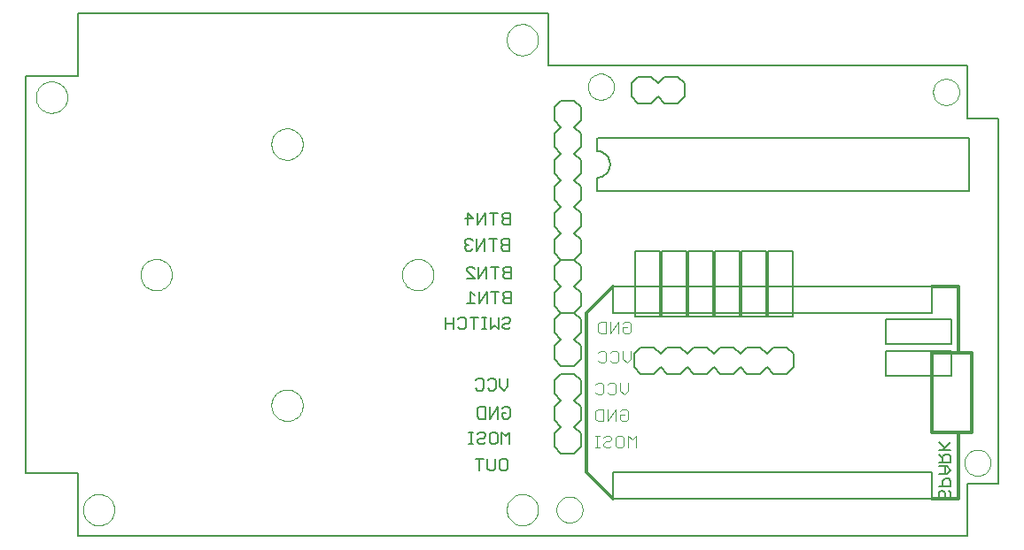
<source format=gbo>
G75*
%MOIN*%
%OFA0B0*%
%FSLAX24Y24*%
%IPPOS*%
%LPD*%
%AMOC8*
5,1,8,0,0,1.08239X$1,22.5*
%
%ADD10C,0.0000*%
%ADD11C,0.0040*%
%ADD12C,0.0080*%
%ADD13C,0.0050*%
%ADD14C,0.0060*%
%ADD15C,0.0120*%
D10*
X002665Y001484D02*
X002667Y001532D01*
X002673Y001580D01*
X002683Y001627D01*
X002696Y001673D01*
X002714Y001718D01*
X002734Y001762D01*
X002759Y001804D01*
X002787Y001843D01*
X002817Y001880D01*
X002851Y001914D01*
X002888Y001946D01*
X002926Y001975D01*
X002967Y002000D01*
X003010Y002022D01*
X003055Y002040D01*
X003101Y002054D01*
X003148Y002065D01*
X003196Y002072D01*
X003244Y002075D01*
X003292Y002074D01*
X003340Y002069D01*
X003388Y002060D01*
X003434Y002048D01*
X003479Y002031D01*
X003523Y002011D01*
X003565Y001988D01*
X003605Y001961D01*
X003643Y001931D01*
X003678Y001898D01*
X003710Y001862D01*
X003740Y001824D01*
X003766Y001783D01*
X003788Y001740D01*
X003808Y001696D01*
X003823Y001651D01*
X003835Y001604D01*
X003843Y001556D01*
X003847Y001508D01*
X003847Y001460D01*
X003843Y001412D01*
X003835Y001364D01*
X003823Y001317D01*
X003808Y001272D01*
X003788Y001228D01*
X003766Y001185D01*
X003740Y001144D01*
X003710Y001106D01*
X003678Y001070D01*
X003643Y001037D01*
X003605Y001007D01*
X003565Y000980D01*
X003523Y000957D01*
X003479Y000937D01*
X003434Y000920D01*
X003388Y000908D01*
X003340Y000899D01*
X003292Y000894D01*
X003244Y000893D01*
X003196Y000896D01*
X003148Y000903D01*
X003101Y000914D01*
X003055Y000928D01*
X003010Y000946D01*
X002967Y000968D01*
X002926Y000993D01*
X002888Y001022D01*
X002851Y001054D01*
X002817Y001088D01*
X002787Y001125D01*
X002759Y001164D01*
X002734Y001206D01*
X002714Y001250D01*
X002696Y001295D01*
X002683Y001341D01*
X002673Y001388D01*
X002667Y001436D01*
X002665Y001484D01*
X009752Y005421D02*
X009754Y005469D01*
X009760Y005517D01*
X009770Y005564D01*
X009783Y005610D01*
X009801Y005655D01*
X009821Y005699D01*
X009846Y005741D01*
X009874Y005780D01*
X009904Y005817D01*
X009938Y005851D01*
X009975Y005883D01*
X010013Y005912D01*
X010054Y005937D01*
X010097Y005959D01*
X010142Y005977D01*
X010188Y005991D01*
X010235Y006002D01*
X010283Y006009D01*
X010331Y006012D01*
X010379Y006011D01*
X010427Y006006D01*
X010475Y005997D01*
X010521Y005985D01*
X010566Y005968D01*
X010610Y005948D01*
X010652Y005925D01*
X010692Y005898D01*
X010730Y005868D01*
X010765Y005835D01*
X010797Y005799D01*
X010827Y005761D01*
X010853Y005720D01*
X010875Y005677D01*
X010895Y005633D01*
X010910Y005588D01*
X010922Y005541D01*
X010930Y005493D01*
X010934Y005445D01*
X010934Y005397D01*
X010930Y005349D01*
X010922Y005301D01*
X010910Y005254D01*
X010895Y005209D01*
X010875Y005165D01*
X010853Y005122D01*
X010827Y005081D01*
X010797Y005043D01*
X010765Y005007D01*
X010730Y004974D01*
X010692Y004944D01*
X010652Y004917D01*
X010610Y004894D01*
X010566Y004874D01*
X010521Y004857D01*
X010475Y004845D01*
X010427Y004836D01*
X010379Y004831D01*
X010331Y004830D01*
X010283Y004833D01*
X010235Y004840D01*
X010188Y004851D01*
X010142Y004865D01*
X010097Y004883D01*
X010054Y004905D01*
X010013Y004930D01*
X009975Y004959D01*
X009938Y004991D01*
X009904Y005025D01*
X009874Y005062D01*
X009846Y005101D01*
X009821Y005143D01*
X009801Y005187D01*
X009783Y005232D01*
X009770Y005278D01*
X009760Y005325D01*
X009754Y005373D01*
X009752Y005421D01*
X004830Y010343D02*
X004832Y010391D01*
X004838Y010439D01*
X004848Y010486D01*
X004861Y010532D01*
X004879Y010577D01*
X004899Y010621D01*
X004924Y010663D01*
X004952Y010702D01*
X004982Y010739D01*
X005016Y010773D01*
X005053Y010805D01*
X005091Y010834D01*
X005132Y010859D01*
X005175Y010881D01*
X005220Y010899D01*
X005266Y010913D01*
X005313Y010924D01*
X005361Y010931D01*
X005409Y010934D01*
X005457Y010933D01*
X005505Y010928D01*
X005553Y010919D01*
X005599Y010907D01*
X005644Y010890D01*
X005688Y010870D01*
X005730Y010847D01*
X005770Y010820D01*
X005808Y010790D01*
X005843Y010757D01*
X005875Y010721D01*
X005905Y010683D01*
X005931Y010642D01*
X005953Y010599D01*
X005973Y010555D01*
X005988Y010510D01*
X006000Y010463D01*
X006008Y010415D01*
X006012Y010367D01*
X006012Y010319D01*
X006008Y010271D01*
X006000Y010223D01*
X005988Y010176D01*
X005973Y010131D01*
X005953Y010087D01*
X005931Y010044D01*
X005905Y010003D01*
X005875Y009965D01*
X005843Y009929D01*
X005808Y009896D01*
X005770Y009866D01*
X005730Y009839D01*
X005688Y009816D01*
X005644Y009796D01*
X005599Y009779D01*
X005553Y009767D01*
X005505Y009758D01*
X005457Y009753D01*
X005409Y009752D01*
X005361Y009755D01*
X005313Y009762D01*
X005266Y009773D01*
X005220Y009787D01*
X005175Y009805D01*
X005132Y009827D01*
X005091Y009852D01*
X005053Y009881D01*
X005016Y009913D01*
X004982Y009947D01*
X004952Y009984D01*
X004924Y010023D01*
X004899Y010065D01*
X004879Y010109D01*
X004861Y010154D01*
X004848Y010200D01*
X004838Y010247D01*
X004832Y010295D01*
X004830Y010343D01*
X009752Y015264D02*
X009754Y015312D01*
X009760Y015360D01*
X009770Y015407D01*
X009783Y015453D01*
X009801Y015498D01*
X009821Y015542D01*
X009846Y015584D01*
X009874Y015623D01*
X009904Y015660D01*
X009938Y015694D01*
X009975Y015726D01*
X010013Y015755D01*
X010054Y015780D01*
X010097Y015802D01*
X010142Y015820D01*
X010188Y015834D01*
X010235Y015845D01*
X010283Y015852D01*
X010331Y015855D01*
X010379Y015854D01*
X010427Y015849D01*
X010475Y015840D01*
X010521Y015828D01*
X010566Y015811D01*
X010610Y015791D01*
X010652Y015768D01*
X010692Y015741D01*
X010730Y015711D01*
X010765Y015678D01*
X010797Y015642D01*
X010827Y015604D01*
X010853Y015563D01*
X010875Y015520D01*
X010895Y015476D01*
X010910Y015431D01*
X010922Y015384D01*
X010930Y015336D01*
X010934Y015288D01*
X010934Y015240D01*
X010930Y015192D01*
X010922Y015144D01*
X010910Y015097D01*
X010895Y015052D01*
X010875Y015008D01*
X010853Y014965D01*
X010827Y014924D01*
X010797Y014886D01*
X010765Y014850D01*
X010730Y014817D01*
X010692Y014787D01*
X010652Y014760D01*
X010610Y014737D01*
X010566Y014717D01*
X010521Y014700D01*
X010475Y014688D01*
X010427Y014679D01*
X010379Y014674D01*
X010331Y014673D01*
X010283Y014676D01*
X010235Y014683D01*
X010188Y014694D01*
X010142Y014708D01*
X010097Y014726D01*
X010054Y014748D01*
X010013Y014773D01*
X009975Y014802D01*
X009938Y014834D01*
X009904Y014868D01*
X009874Y014905D01*
X009846Y014944D01*
X009821Y014986D01*
X009801Y015030D01*
X009783Y015075D01*
X009770Y015121D01*
X009760Y015168D01*
X009754Y015216D01*
X009752Y015264D01*
X000893Y017035D02*
X000895Y017083D01*
X000901Y017131D01*
X000911Y017178D01*
X000924Y017224D01*
X000942Y017269D01*
X000962Y017313D01*
X000987Y017355D01*
X001015Y017394D01*
X001045Y017431D01*
X001079Y017465D01*
X001116Y017497D01*
X001154Y017526D01*
X001195Y017551D01*
X001238Y017573D01*
X001283Y017591D01*
X001329Y017605D01*
X001376Y017616D01*
X001424Y017623D01*
X001472Y017626D01*
X001520Y017625D01*
X001568Y017620D01*
X001616Y017611D01*
X001662Y017599D01*
X001707Y017582D01*
X001751Y017562D01*
X001793Y017539D01*
X001833Y017512D01*
X001871Y017482D01*
X001906Y017449D01*
X001938Y017413D01*
X001968Y017375D01*
X001994Y017334D01*
X002016Y017291D01*
X002036Y017247D01*
X002051Y017202D01*
X002063Y017155D01*
X002071Y017107D01*
X002075Y017059D01*
X002075Y017011D01*
X002071Y016963D01*
X002063Y016915D01*
X002051Y016868D01*
X002036Y016823D01*
X002016Y016779D01*
X001994Y016736D01*
X001968Y016695D01*
X001938Y016657D01*
X001906Y016621D01*
X001871Y016588D01*
X001833Y016558D01*
X001793Y016531D01*
X001751Y016508D01*
X001707Y016488D01*
X001662Y016471D01*
X001616Y016459D01*
X001568Y016450D01*
X001520Y016445D01*
X001472Y016444D01*
X001424Y016447D01*
X001376Y016454D01*
X001329Y016465D01*
X001283Y016479D01*
X001238Y016497D01*
X001195Y016519D01*
X001154Y016544D01*
X001116Y016573D01*
X001079Y016605D01*
X001045Y016639D01*
X001015Y016676D01*
X000987Y016715D01*
X000962Y016757D01*
X000942Y016801D01*
X000924Y016846D01*
X000911Y016892D01*
X000901Y016939D01*
X000895Y016987D01*
X000893Y017035D01*
X014673Y010343D02*
X014675Y010391D01*
X014681Y010439D01*
X014691Y010486D01*
X014704Y010532D01*
X014722Y010577D01*
X014742Y010621D01*
X014767Y010663D01*
X014795Y010702D01*
X014825Y010739D01*
X014859Y010773D01*
X014896Y010805D01*
X014934Y010834D01*
X014975Y010859D01*
X015018Y010881D01*
X015063Y010899D01*
X015109Y010913D01*
X015156Y010924D01*
X015204Y010931D01*
X015252Y010934D01*
X015300Y010933D01*
X015348Y010928D01*
X015396Y010919D01*
X015442Y010907D01*
X015487Y010890D01*
X015531Y010870D01*
X015573Y010847D01*
X015613Y010820D01*
X015651Y010790D01*
X015686Y010757D01*
X015718Y010721D01*
X015748Y010683D01*
X015774Y010642D01*
X015796Y010599D01*
X015816Y010555D01*
X015831Y010510D01*
X015843Y010463D01*
X015851Y010415D01*
X015855Y010367D01*
X015855Y010319D01*
X015851Y010271D01*
X015843Y010223D01*
X015831Y010176D01*
X015816Y010131D01*
X015796Y010087D01*
X015774Y010044D01*
X015748Y010003D01*
X015718Y009965D01*
X015686Y009929D01*
X015651Y009896D01*
X015613Y009866D01*
X015573Y009839D01*
X015531Y009816D01*
X015487Y009796D01*
X015442Y009779D01*
X015396Y009767D01*
X015348Y009758D01*
X015300Y009753D01*
X015252Y009752D01*
X015204Y009755D01*
X015156Y009762D01*
X015109Y009773D01*
X015063Y009787D01*
X015018Y009805D01*
X014975Y009827D01*
X014934Y009852D01*
X014896Y009881D01*
X014859Y009913D01*
X014825Y009947D01*
X014795Y009984D01*
X014767Y010023D01*
X014742Y010065D01*
X014722Y010109D01*
X014704Y010154D01*
X014691Y010200D01*
X014681Y010247D01*
X014675Y010295D01*
X014673Y010343D01*
X021662Y017429D02*
X021664Y017473D01*
X021670Y017517D01*
X021680Y017560D01*
X021693Y017602D01*
X021711Y017642D01*
X021732Y017681D01*
X021756Y017718D01*
X021783Y017753D01*
X021814Y017785D01*
X021847Y017814D01*
X021883Y017840D01*
X021921Y017862D01*
X021961Y017881D01*
X022002Y017897D01*
X022045Y017909D01*
X022088Y017917D01*
X022132Y017921D01*
X022176Y017921D01*
X022220Y017917D01*
X022263Y017909D01*
X022306Y017897D01*
X022347Y017881D01*
X022387Y017862D01*
X022425Y017840D01*
X022461Y017814D01*
X022494Y017785D01*
X022525Y017753D01*
X022552Y017718D01*
X022576Y017681D01*
X022597Y017642D01*
X022615Y017602D01*
X022628Y017560D01*
X022638Y017517D01*
X022644Y017473D01*
X022646Y017429D01*
X022644Y017385D01*
X022638Y017341D01*
X022628Y017298D01*
X022615Y017256D01*
X022597Y017216D01*
X022576Y017177D01*
X022552Y017140D01*
X022525Y017105D01*
X022494Y017073D01*
X022461Y017044D01*
X022425Y017018D01*
X022387Y016996D01*
X022347Y016977D01*
X022306Y016961D01*
X022263Y016949D01*
X022220Y016941D01*
X022176Y016937D01*
X022132Y016937D01*
X022088Y016941D01*
X022045Y016949D01*
X022002Y016961D01*
X021961Y016977D01*
X021921Y016996D01*
X021883Y017018D01*
X021847Y017044D01*
X021814Y017073D01*
X021783Y017105D01*
X021756Y017140D01*
X021732Y017177D01*
X021711Y017216D01*
X021693Y017256D01*
X021680Y017298D01*
X021670Y017341D01*
X021664Y017385D01*
X021662Y017429D01*
X018610Y019201D02*
X018612Y019249D01*
X018618Y019297D01*
X018628Y019344D01*
X018641Y019390D01*
X018659Y019435D01*
X018679Y019479D01*
X018704Y019521D01*
X018732Y019560D01*
X018762Y019597D01*
X018796Y019631D01*
X018833Y019663D01*
X018871Y019692D01*
X018912Y019717D01*
X018955Y019739D01*
X019000Y019757D01*
X019046Y019771D01*
X019093Y019782D01*
X019141Y019789D01*
X019189Y019792D01*
X019237Y019791D01*
X019285Y019786D01*
X019333Y019777D01*
X019379Y019765D01*
X019424Y019748D01*
X019468Y019728D01*
X019510Y019705D01*
X019550Y019678D01*
X019588Y019648D01*
X019623Y019615D01*
X019655Y019579D01*
X019685Y019541D01*
X019711Y019500D01*
X019733Y019457D01*
X019753Y019413D01*
X019768Y019368D01*
X019780Y019321D01*
X019788Y019273D01*
X019792Y019225D01*
X019792Y019177D01*
X019788Y019129D01*
X019780Y019081D01*
X019768Y019034D01*
X019753Y018989D01*
X019733Y018945D01*
X019711Y018902D01*
X019685Y018861D01*
X019655Y018823D01*
X019623Y018787D01*
X019588Y018754D01*
X019550Y018724D01*
X019510Y018697D01*
X019468Y018674D01*
X019424Y018654D01*
X019379Y018637D01*
X019333Y018625D01*
X019285Y018616D01*
X019237Y018611D01*
X019189Y018610D01*
X019141Y018613D01*
X019093Y018620D01*
X019046Y018631D01*
X019000Y018645D01*
X018955Y018663D01*
X018912Y018685D01*
X018871Y018710D01*
X018833Y018739D01*
X018796Y018771D01*
X018762Y018805D01*
X018732Y018842D01*
X018704Y018881D01*
X018679Y018923D01*
X018659Y018967D01*
X018641Y019012D01*
X018628Y019058D01*
X018618Y019105D01*
X018612Y019153D01*
X018610Y019201D01*
X034654Y017232D02*
X034656Y017276D01*
X034662Y017320D01*
X034672Y017363D01*
X034685Y017405D01*
X034703Y017445D01*
X034724Y017484D01*
X034748Y017521D01*
X034775Y017556D01*
X034806Y017588D01*
X034839Y017617D01*
X034875Y017643D01*
X034913Y017665D01*
X034953Y017684D01*
X034994Y017700D01*
X035037Y017712D01*
X035080Y017720D01*
X035124Y017724D01*
X035168Y017724D01*
X035212Y017720D01*
X035255Y017712D01*
X035298Y017700D01*
X035339Y017684D01*
X035379Y017665D01*
X035417Y017643D01*
X035453Y017617D01*
X035486Y017588D01*
X035517Y017556D01*
X035544Y017521D01*
X035568Y017484D01*
X035589Y017445D01*
X035607Y017405D01*
X035620Y017363D01*
X035630Y017320D01*
X035636Y017276D01*
X035638Y017232D01*
X035636Y017188D01*
X035630Y017144D01*
X035620Y017101D01*
X035607Y017059D01*
X035589Y017019D01*
X035568Y016980D01*
X035544Y016943D01*
X035517Y016908D01*
X035486Y016876D01*
X035453Y016847D01*
X035417Y016821D01*
X035379Y016799D01*
X035339Y016780D01*
X035298Y016764D01*
X035255Y016752D01*
X035212Y016744D01*
X035168Y016740D01*
X035124Y016740D01*
X035080Y016744D01*
X035037Y016752D01*
X034994Y016764D01*
X034953Y016780D01*
X034913Y016799D01*
X034875Y016821D01*
X034839Y016847D01*
X034806Y016876D01*
X034775Y016908D01*
X034748Y016943D01*
X034724Y016980D01*
X034703Y017019D01*
X034685Y017059D01*
X034672Y017101D01*
X034662Y017144D01*
X034656Y017188D01*
X034654Y017232D01*
X035835Y003256D02*
X035837Y003300D01*
X035843Y003344D01*
X035853Y003387D01*
X035866Y003429D01*
X035884Y003469D01*
X035905Y003508D01*
X035929Y003545D01*
X035956Y003580D01*
X035987Y003612D01*
X036020Y003641D01*
X036056Y003667D01*
X036094Y003689D01*
X036134Y003708D01*
X036175Y003724D01*
X036218Y003736D01*
X036261Y003744D01*
X036305Y003748D01*
X036349Y003748D01*
X036393Y003744D01*
X036436Y003736D01*
X036479Y003724D01*
X036520Y003708D01*
X036560Y003689D01*
X036598Y003667D01*
X036634Y003641D01*
X036667Y003612D01*
X036698Y003580D01*
X036725Y003545D01*
X036749Y003508D01*
X036770Y003469D01*
X036788Y003429D01*
X036801Y003387D01*
X036811Y003344D01*
X036817Y003300D01*
X036819Y003256D01*
X036817Y003212D01*
X036811Y003168D01*
X036801Y003125D01*
X036788Y003083D01*
X036770Y003043D01*
X036749Y003004D01*
X036725Y002967D01*
X036698Y002932D01*
X036667Y002900D01*
X036634Y002871D01*
X036598Y002845D01*
X036560Y002823D01*
X036520Y002804D01*
X036479Y002788D01*
X036436Y002776D01*
X036393Y002768D01*
X036349Y002764D01*
X036305Y002764D01*
X036261Y002768D01*
X036218Y002776D01*
X036175Y002788D01*
X036134Y002804D01*
X036094Y002823D01*
X036056Y002845D01*
X036020Y002871D01*
X035987Y002900D01*
X035956Y002932D01*
X035929Y002967D01*
X035905Y003004D01*
X035884Y003043D01*
X035866Y003083D01*
X035853Y003125D01*
X035843Y003168D01*
X035837Y003212D01*
X035835Y003256D01*
X020480Y001484D02*
X020482Y001528D01*
X020488Y001572D01*
X020498Y001615D01*
X020511Y001657D01*
X020529Y001697D01*
X020550Y001736D01*
X020574Y001773D01*
X020601Y001808D01*
X020632Y001840D01*
X020665Y001869D01*
X020701Y001895D01*
X020739Y001917D01*
X020779Y001936D01*
X020820Y001952D01*
X020863Y001964D01*
X020906Y001972D01*
X020950Y001976D01*
X020994Y001976D01*
X021038Y001972D01*
X021081Y001964D01*
X021124Y001952D01*
X021165Y001936D01*
X021205Y001917D01*
X021243Y001895D01*
X021279Y001869D01*
X021312Y001840D01*
X021343Y001808D01*
X021370Y001773D01*
X021394Y001736D01*
X021415Y001697D01*
X021433Y001657D01*
X021446Y001615D01*
X021456Y001572D01*
X021462Y001528D01*
X021464Y001484D01*
X021462Y001440D01*
X021456Y001396D01*
X021446Y001353D01*
X021433Y001311D01*
X021415Y001271D01*
X021394Y001232D01*
X021370Y001195D01*
X021343Y001160D01*
X021312Y001128D01*
X021279Y001099D01*
X021243Y001073D01*
X021205Y001051D01*
X021165Y001032D01*
X021124Y001016D01*
X021081Y001004D01*
X021038Y000996D01*
X020994Y000992D01*
X020950Y000992D01*
X020906Y000996D01*
X020863Y001004D01*
X020820Y001016D01*
X020779Y001032D01*
X020739Y001051D01*
X020701Y001073D01*
X020665Y001099D01*
X020632Y001128D01*
X020601Y001160D01*
X020574Y001195D01*
X020550Y001232D01*
X020529Y001271D01*
X020511Y001311D01*
X020498Y001353D01*
X020488Y001396D01*
X020482Y001440D01*
X020480Y001484D01*
X018610Y001484D02*
X018612Y001532D01*
X018618Y001580D01*
X018628Y001627D01*
X018641Y001673D01*
X018659Y001718D01*
X018679Y001762D01*
X018704Y001804D01*
X018732Y001843D01*
X018762Y001880D01*
X018796Y001914D01*
X018833Y001946D01*
X018871Y001975D01*
X018912Y002000D01*
X018955Y002022D01*
X019000Y002040D01*
X019046Y002054D01*
X019093Y002065D01*
X019141Y002072D01*
X019189Y002075D01*
X019237Y002074D01*
X019285Y002069D01*
X019333Y002060D01*
X019379Y002048D01*
X019424Y002031D01*
X019468Y002011D01*
X019510Y001988D01*
X019550Y001961D01*
X019588Y001931D01*
X019623Y001898D01*
X019655Y001862D01*
X019685Y001824D01*
X019711Y001783D01*
X019733Y001740D01*
X019753Y001696D01*
X019768Y001651D01*
X019780Y001604D01*
X019788Y001556D01*
X019792Y001508D01*
X019792Y001460D01*
X019788Y001412D01*
X019780Y001364D01*
X019768Y001317D01*
X019753Y001272D01*
X019733Y001228D01*
X019711Y001185D01*
X019685Y001144D01*
X019655Y001106D01*
X019623Y001070D01*
X019588Y001037D01*
X019550Y001007D01*
X019510Y000980D01*
X019468Y000957D01*
X019424Y000937D01*
X019379Y000920D01*
X019333Y000908D01*
X019285Y000899D01*
X019237Y000894D01*
X019189Y000893D01*
X019141Y000896D01*
X019093Y000903D01*
X019046Y000914D01*
X019000Y000928D01*
X018955Y000946D01*
X018912Y000968D01*
X018871Y000993D01*
X018833Y001022D01*
X018796Y001054D01*
X018762Y001088D01*
X018732Y001125D01*
X018704Y001164D01*
X018679Y001206D01*
X018659Y001250D01*
X018641Y001295D01*
X018628Y001341D01*
X018618Y001388D01*
X018612Y001436D01*
X018610Y001484D01*
D11*
X021945Y003820D02*
X022099Y003820D01*
X022022Y003820D02*
X022022Y004280D01*
X022099Y004280D02*
X021945Y004280D01*
X022252Y004204D02*
X022329Y004280D01*
X022482Y004280D01*
X022559Y004204D01*
X022559Y004127D01*
X022482Y004050D01*
X022329Y004050D01*
X022252Y003973D01*
X022252Y003897D01*
X022329Y003820D01*
X022482Y003820D01*
X022559Y003897D01*
X022713Y003897D02*
X022713Y004204D01*
X022789Y004280D01*
X022943Y004280D01*
X023020Y004204D01*
X023020Y003897D01*
X022943Y003820D01*
X022789Y003820D01*
X022713Y003897D01*
X023173Y003820D02*
X023173Y004280D01*
X023327Y004127D01*
X023480Y004280D01*
X023480Y003820D01*
X023103Y004820D02*
X022950Y004820D01*
X022873Y004897D01*
X022873Y005050D01*
X023027Y005050D01*
X023180Y004897D02*
X023103Y004820D01*
X023180Y004897D02*
X023180Y005204D01*
X023103Y005280D01*
X022950Y005280D01*
X022873Y005204D01*
X022720Y005280D02*
X022413Y004820D01*
X022413Y005280D01*
X022259Y005280D02*
X022029Y005280D01*
X021952Y005204D01*
X021952Y004897D01*
X022029Y004820D01*
X022259Y004820D01*
X022259Y005280D01*
X022720Y005280D02*
X022720Y004820D01*
X022643Y005820D02*
X022489Y005820D01*
X022413Y005897D01*
X022259Y005897D02*
X022182Y005820D01*
X022029Y005820D01*
X021952Y005897D01*
X021952Y006204D02*
X022029Y006280D01*
X022182Y006280D01*
X022259Y006204D01*
X022259Y005897D01*
X022413Y006204D02*
X022489Y006280D01*
X022643Y006280D01*
X022720Y006204D01*
X022720Y005897D01*
X022643Y005820D01*
X022873Y005973D02*
X022873Y006280D01*
X022873Y005973D02*
X023027Y005820D01*
X023180Y005973D01*
X023180Y006280D01*
X023127Y007020D02*
X022973Y007173D01*
X022973Y007480D01*
X022820Y007404D02*
X022820Y007097D01*
X022743Y007020D01*
X022589Y007020D01*
X022513Y007097D01*
X022359Y007097D02*
X022282Y007020D01*
X022129Y007020D01*
X022052Y007097D01*
X022359Y007097D02*
X022359Y007404D01*
X022282Y007480D01*
X022129Y007480D01*
X022052Y007404D01*
X022513Y007404D02*
X022589Y007480D01*
X022743Y007480D01*
X022820Y007404D01*
X023280Y007480D02*
X023280Y007173D01*
X023127Y007020D01*
X023203Y008120D02*
X023050Y008120D01*
X022973Y008197D01*
X022973Y008350D01*
X023127Y008350D01*
X023280Y008197D02*
X023280Y008504D01*
X023203Y008580D01*
X023050Y008580D01*
X022973Y008504D01*
X022820Y008580D02*
X022513Y008120D01*
X022513Y008580D01*
X022359Y008580D02*
X022129Y008580D01*
X022052Y008504D01*
X022052Y008197D01*
X022129Y008120D01*
X022359Y008120D01*
X022359Y008580D01*
X022820Y008580D02*
X022820Y008120D01*
X023203Y008120D02*
X023280Y008197D01*
D12*
X002469Y002862D02*
X002469Y000500D01*
X035933Y000500D01*
X035933Y002469D01*
X037114Y002469D01*
X037114Y016248D01*
X035933Y016248D01*
X035933Y018217D01*
X020185Y018217D01*
X020185Y020185D01*
X002469Y020185D01*
X002469Y017823D01*
X000500Y017823D01*
X000500Y002862D01*
X002469Y002862D01*
X020400Y003850D02*
X020400Y004350D01*
X020650Y004600D01*
X020400Y004850D01*
X020400Y005350D01*
X020650Y005600D01*
X020400Y005850D01*
X020400Y006350D01*
X020650Y006600D01*
X021150Y006600D01*
X021400Y006350D01*
X021400Y005850D01*
X021150Y005600D01*
X021400Y005350D01*
X021400Y004850D01*
X021150Y004600D01*
X021400Y004350D01*
X021400Y003850D01*
X021150Y003600D01*
X020650Y003600D01*
X020400Y003850D01*
X022625Y002900D02*
X034625Y002900D01*
X034625Y001900D01*
X022625Y001900D01*
X022625Y002900D01*
X023650Y006600D02*
X023400Y006850D01*
X023400Y007350D01*
X023650Y007600D01*
X024150Y007600D01*
X024400Y007350D01*
X024650Y007600D01*
X025150Y007600D01*
X025400Y007350D01*
X025650Y007600D01*
X026150Y007600D01*
X026400Y007350D01*
X026650Y007600D01*
X027150Y007600D01*
X027400Y007350D01*
X027650Y007600D01*
X028150Y007600D01*
X028400Y007350D01*
X028650Y007600D01*
X029150Y007600D01*
X029400Y007350D01*
X029400Y006850D01*
X029150Y006600D01*
X028650Y006600D01*
X028400Y006850D01*
X028150Y006600D01*
X027650Y006600D01*
X027400Y006850D01*
X027150Y006600D01*
X026650Y006600D01*
X026400Y006850D01*
X026150Y006600D01*
X025650Y006600D01*
X025400Y006850D01*
X025150Y006600D01*
X024650Y006600D01*
X024400Y006850D01*
X024150Y006600D01*
X023650Y006600D01*
X021400Y007150D02*
X021400Y007650D01*
X021150Y007900D01*
X021400Y008150D01*
X021400Y008650D01*
X021150Y008900D01*
X020650Y008900D01*
X020400Y009150D01*
X020400Y009650D01*
X020650Y009900D01*
X020400Y010150D01*
X020400Y010650D01*
X020650Y010900D01*
X021150Y010900D01*
X021400Y010650D01*
X021400Y010150D01*
X021150Y009900D01*
X021400Y009650D01*
X021400Y009150D01*
X021150Y008900D01*
X020650Y008900D01*
X020400Y008650D01*
X020400Y008150D01*
X020650Y007900D01*
X020400Y007650D01*
X020400Y007150D01*
X020650Y006900D01*
X021150Y006900D01*
X021400Y007150D01*
X022625Y008900D02*
X034625Y008900D01*
X034625Y009900D01*
X022625Y009900D01*
X022625Y008900D01*
X023428Y008760D02*
X024372Y008760D01*
X024372Y011240D01*
X023428Y011240D01*
X023428Y008760D01*
X024428Y008760D02*
X025372Y008760D01*
X025372Y011240D01*
X024428Y011240D01*
X024428Y008760D01*
X025428Y008760D02*
X026372Y008760D01*
X026372Y011240D01*
X025428Y011240D01*
X025428Y008760D01*
X026428Y008760D02*
X027372Y008760D01*
X027372Y011240D01*
X026428Y011240D01*
X026428Y008760D01*
X027428Y008760D02*
X028372Y008760D01*
X028372Y011240D01*
X027428Y011240D01*
X027428Y008760D01*
X028428Y008760D02*
X029372Y008760D01*
X029372Y011240D01*
X028428Y011240D01*
X028428Y008760D01*
X032860Y008672D02*
X032860Y007728D01*
X035340Y007728D01*
X035340Y008672D01*
X032860Y008672D01*
X032860Y007472D02*
X035340Y007472D01*
X035340Y006528D01*
X032860Y006528D01*
X032860Y007472D01*
X021400Y011150D02*
X021400Y011650D01*
X021150Y011900D01*
X021400Y012150D01*
X021400Y012650D01*
X021150Y012900D01*
X021400Y013150D01*
X021400Y013650D01*
X021150Y013900D01*
X021400Y014150D01*
X021400Y014650D01*
X021150Y014900D01*
X021400Y015150D01*
X021400Y015650D01*
X021150Y015900D01*
X021400Y016150D01*
X021400Y016650D01*
X021150Y016900D01*
X020650Y016900D01*
X020400Y016650D01*
X020400Y016150D01*
X020650Y015900D01*
X020400Y015650D01*
X020400Y015150D01*
X020650Y014900D01*
X020400Y014650D01*
X020400Y014150D01*
X020650Y013900D01*
X020400Y013650D01*
X020400Y013150D01*
X020650Y012900D01*
X020400Y012650D01*
X020400Y012150D01*
X020650Y011900D01*
X020400Y011650D01*
X020400Y011150D01*
X020650Y010900D01*
X021150Y010900D01*
X021400Y011150D01*
X023550Y016800D02*
X023300Y017050D01*
X023300Y017550D01*
X023550Y017800D01*
X024050Y017800D01*
X024300Y017550D01*
X024550Y017800D01*
X025050Y017800D01*
X025300Y017550D01*
X025300Y017050D01*
X025050Y016800D01*
X024550Y016800D01*
X024300Y017050D01*
X024050Y016800D01*
X023550Y016800D01*
D13*
X018734Y012676D02*
X018509Y012676D01*
X018434Y012601D01*
X018434Y012526D01*
X018509Y012451D01*
X018734Y012451D01*
X018509Y012451D02*
X018434Y012376D01*
X018434Y012300D01*
X018509Y012225D01*
X018734Y012225D01*
X018734Y012676D01*
X018274Y012676D02*
X017974Y012676D01*
X018124Y012676D02*
X018124Y012225D01*
X017814Y012225D02*
X017814Y012676D01*
X017513Y012225D01*
X017513Y012676D01*
X017353Y012451D02*
X017053Y012451D01*
X017128Y012676D02*
X017128Y012225D01*
X017353Y012451D02*
X017128Y012676D01*
X017104Y011692D02*
X017029Y011616D01*
X017029Y011541D01*
X017104Y011466D01*
X017029Y011391D01*
X017029Y011316D01*
X017104Y011241D01*
X017255Y011241D01*
X017330Y011316D01*
X017490Y011241D02*
X017490Y011692D01*
X017330Y011616D02*
X017255Y011692D01*
X017104Y011692D01*
X017104Y011466D02*
X017180Y011466D01*
X017490Y011241D02*
X017790Y011692D01*
X017790Y011241D01*
X018100Y011241D02*
X018100Y011692D01*
X018250Y011692D02*
X017950Y011692D01*
X018411Y011616D02*
X018411Y011541D01*
X018486Y011466D01*
X018711Y011466D01*
X018711Y011241D02*
X018486Y011241D01*
X018411Y011316D01*
X018411Y011391D01*
X018486Y011466D01*
X018411Y011616D02*
X018486Y011692D01*
X018711Y011692D01*
X018711Y011241D01*
X018779Y010642D02*
X018554Y010642D01*
X018479Y010567D01*
X018479Y010492D01*
X018554Y010417D01*
X018779Y010417D01*
X018554Y010417D02*
X018479Y010342D01*
X018479Y010267D01*
X018554Y010192D01*
X018779Y010192D01*
X018779Y010642D01*
X018319Y010642D02*
X018019Y010642D01*
X018169Y010642D02*
X018169Y010192D01*
X017859Y010192D02*
X017859Y010642D01*
X017558Y010192D01*
X017558Y010642D01*
X017398Y010567D02*
X017323Y010642D01*
X017173Y010642D01*
X017098Y010567D01*
X017098Y010492D01*
X017398Y010192D01*
X017098Y010192D01*
X017250Y009707D02*
X017250Y009257D01*
X017100Y009257D02*
X017401Y009257D01*
X017561Y009257D02*
X017561Y009707D01*
X017401Y009557D02*
X017250Y009707D01*
X017561Y009257D02*
X017861Y009707D01*
X017861Y009257D01*
X018171Y009257D02*
X018171Y009707D01*
X018321Y009707D02*
X018021Y009707D01*
X018481Y009632D02*
X018481Y009557D01*
X018557Y009482D01*
X018782Y009482D01*
X018782Y009257D02*
X018557Y009257D01*
X018481Y009332D01*
X018481Y009407D01*
X018557Y009482D01*
X018481Y009632D02*
X018557Y009707D01*
X018782Y009707D01*
X018782Y009257D01*
X018681Y008740D02*
X018531Y008740D01*
X018456Y008665D01*
X018531Y008515D02*
X018456Y008440D01*
X018456Y008365D01*
X018531Y008290D01*
X018681Y008290D01*
X018756Y008365D01*
X018681Y008515D02*
X018531Y008515D01*
X018681Y008515D02*
X018756Y008590D01*
X018756Y008665D01*
X018681Y008740D01*
X018296Y008740D02*
X018296Y008290D01*
X018146Y008440D01*
X017996Y008290D01*
X017996Y008740D01*
X017836Y008740D02*
X017686Y008740D01*
X017761Y008740D02*
X017761Y008290D01*
X017836Y008290D02*
X017686Y008290D01*
X017379Y008290D02*
X017379Y008740D01*
X017529Y008740D02*
X017229Y008740D01*
X017068Y008665D02*
X017068Y008365D01*
X016993Y008290D01*
X016843Y008290D01*
X016768Y008365D01*
X016608Y008290D02*
X016608Y008740D01*
X016768Y008665D02*
X016843Y008740D01*
X016993Y008740D01*
X017068Y008665D01*
X016608Y008515D02*
X016308Y008515D01*
X016308Y008740D02*
X016308Y008290D01*
X017511Y006425D02*
X017436Y006350D01*
X017511Y006425D02*
X017661Y006425D01*
X017736Y006350D01*
X017736Y006049D01*
X017661Y005974D01*
X017511Y005974D01*
X017436Y006049D01*
X017897Y006049D02*
X017972Y005974D01*
X018122Y005974D01*
X018197Y006049D01*
X018197Y006350D01*
X018122Y006425D01*
X017972Y006425D01*
X017897Y006350D01*
X018357Y006425D02*
X018357Y006124D01*
X018507Y005974D01*
X018657Y006124D01*
X018657Y006425D01*
X018657Y005361D02*
X018507Y005361D01*
X018432Y005286D01*
X018432Y005136D02*
X018582Y005136D01*
X018432Y005136D02*
X018432Y004985D01*
X018507Y004910D01*
X018657Y004910D01*
X018732Y004985D01*
X018732Y005286D01*
X018657Y005361D01*
X018272Y005361D02*
X017971Y004910D01*
X017971Y005361D01*
X017811Y005361D02*
X017586Y005361D01*
X017511Y005286D01*
X017511Y004985D01*
X017586Y004910D01*
X017811Y004910D01*
X017811Y005361D01*
X018272Y005361D02*
X018272Y004910D01*
X018187Y004403D02*
X018262Y004328D01*
X018262Y004028D01*
X018187Y003953D01*
X018037Y003953D01*
X017962Y004028D01*
X017962Y004328D01*
X018037Y004403D01*
X018187Y004403D01*
X018422Y004403D02*
X018573Y004253D01*
X018723Y004403D01*
X018723Y003953D01*
X018422Y003953D02*
X018422Y004403D01*
X017802Y004328D02*
X017802Y004253D01*
X017727Y004178D01*
X017577Y004178D01*
X017502Y004103D01*
X017502Y004028D01*
X017577Y003953D01*
X017727Y003953D01*
X017802Y004028D01*
X017341Y003953D02*
X017191Y003953D01*
X017266Y003953D02*
X017266Y004403D01*
X017341Y004403D02*
X017191Y004403D01*
X017502Y004328D02*
X017577Y004403D01*
X017727Y004403D01*
X017802Y004328D01*
X017726Y003410D02*
X017426Y003410D01*
X017576Y003410D02*
X017576Y002959D01*
X017886Y003034D02*
X017886Y003410D01*
X018187Y003410D02*
X018187Y003034D01*
X018112Y002959D01*
X017961Y002959D01*
X017886Y003034D01*
X018347Y003034D02*
X018347Y003335D01*
X018422Y003410D01*
X018572Y003410D01*
X018647Y003335D01*
X018647Y003034D01*
X018572Y002959D01*
X018422Y002959D01*
X018347Y003034D01*
X034870Y003116D02*
X035170Y003116D01*
X035321Y002966D01*
X035170Y002816D01*
X034870Y002816D01*
X035095Y002816D02*
X035095Y003116D01*
X035020Y003276D02*
X035020Y003501D01*
X035095Y003576D01*
X035246Y003576D01*
X035321Y003501D01*
X035321Y003276D01*
X034870Y003276D01*
X035020Y003426D02*
X034870Y003576D01*
X034870Y003737D02*
X035321Y003737D01*
X035095Y003812D02*
X034870Y004037D01*
X035020Y003737D02*
X035321Y004037D01*
X035246Y002656D02*
X035095Y002656D01*
X035020Y002581D01*
X035020Y002355D01*
X034870Y002355D02*
X035321Y002355D01*
X035321Y002581D01*
X035246Y002656D01*
X035246Y002195D02*
X035321Y002120D01*
X035321Y001970D01*
X035246Y001895D01*
X035170Y001895D01*
X035095Y001970D01*
X035095Y002120D01*
X035020Y002195D01*
X034945Y002195D01*
X034870Y002120D01*
X034870Y001970D01*
X034945Y001895D01*
D14*
X036000Y013500D02*
X022000Y013500D01*
X022000Y014000D01*
X022044Y014002D01*
X022087Y014008D01*
X022129Y014017D01*
X022171Y014030D01*
X022211Y014047D01*
X022250Y014067D01*
X022287Y014090D01*
X022321Y014117D01*
X022354Y014146D01*
X022383Y014179D01*
X022410Y014213D01*
X022433Y014250D01*
X022453Y014289D01*
X022470Y014329D01*
X022483Y014371D01*
X022492Y014413D01*
X022498Y014456D01*
X022500Y014500D01*
X022498Y014544D01*
X022492Y014587D01*
X022483Y014629D01*
X022470Y014671D01*
X022453Y014711D01*
X022433Y014750D01*
X022410Y014787D01*
X022383Y014821D01*
X022354Y014854D01*
X022321Y014883D01*
X022287Y014910D01*
X022250Y014933D01*
X022211Y014953D01*
X022171Y014970D01*
X022129Y014983D01*
X022087Y014992D01*
X022044Y014998D01*
X022000Y015000D01*
X022000Y015500D01*
X022050Y015500D02*
X036000Y015500D01*
X036000Y013500D01*
D15*
X035625Y009900D02*
X034625Y009900D01*
X035625Y009900D02*
X035625Y007400D01*
X034625Y007400D01*
X034625Y004400D01*
X035625Y004400D01*
X035625Y001900D01*
X034625Y001900D01*
X035625Y004400D02*
X036125Y004400D01*
X036125Y007400D01*
X035625Y007400D01*
X022625Y009900D02*
X021625Y008900D01*
X021625Y002900D01*
X022625Y001900D01*
M02*

</source>
